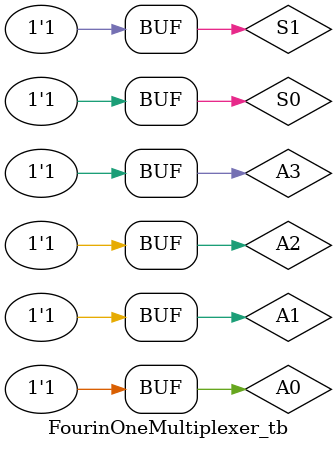
<source format=v>
module FourinOneMultiplexer_tb;
  reg A0,A1,A2,A3,S0,S1;
  wire O;
  
 FourinOneMultiplexer FourinOneMux(O,A0,A1,A2,A3,S0,S1);
  initial 
  begin
    A0=1'b0;
    A1=1'b0;
    A2=1'b0;
    A3=1'b0;
    S0=1'b0;
    S1=1'b0;
    #10;
    A0=1'b0;
    A1=1'b0;
    A2=1'b0;
    A3=1'b1;
    S0=1'b0;
    S1=1'b1;
    #10;
    A0=1'b0;
    A1=1'b0;
    A2=1'b1;
    A3=1'b0;
    S0=1'b1;
    S1=1'b0;
    #10;
    A0=1'b0;
    A1=1'b0;
    A2=1'b1;
    A3=1'b1;
    S0=1'b1;
    S1=1'b1;
    #10;
    A0=1'b0;
    A1=1'b1;
    A2=1'b0;
    A3=1'b0;
    S0=1'b0;
    S1=1'b0;
    #10; 
    A0=1'b0;
    A1=1'b1;
    A2=1'b0;
    A3=1'b1;
    S0=1'b0;
    S1=1'b1;
    #10; 
    A0=1'b0;
    A1=1'b1;
    A2=1'b1;
    A3=1'b0;
    S0=1'b1;
    S1=1'b0;
    #10;
    A0=1'b0;
    A1=1'b1;
    A2=1'b1;
    A3=1'b1;
    S0=1'b1;
    S1=1'b1;
    #10;
    A0=1'b1;
    A1=1'b0;
    A2=1'b0;
    A3=1'b0;
    S0=1'b0;
    S1=1'b0;
    #10;
    A0=1'b1;
    A1=1'b0;
    A2=1'b0;
    A3=1'b1;
    S0=1'b0;
    S1=1'b1;
    #10;
    A0=1'b1;
    A1=1'b0;
    A2=1'b1;
    A3=1'b0;
    S0=1'b1;
    S1=1'b0;
    #10;
    A0=1'b1;
    A1=1'b0;
    A2=1'b1;
    A3=1'b1;
    S0=1'b1;
    S1=1'b1;
    #10;
    A0=1'b1;
    A1=1'b1;
    A2=1'b0;
    A3=1'b0;
    S0=1'b0;
    S1=1'b0;
    #10;
    A0=1'b1;
    A1=1'b1;
    A2=1'b0;
    A3=1'b1;
    S0=1'b0;
    S1=1'b1;
    #10;
    A0=1'b1;
    A1=1'b1;
    A2=1'b1;
    A3=1'b0;
    S0=1'b1;
    S1=1'b0;
    #10;
    A0=1'b1;
    A1=1'b1;
    A2=1'b1;
    A3=1'b1;
    S0=1'b1;
    S1=1'b1;
    
    
  end
  
endmodule 



</source>
